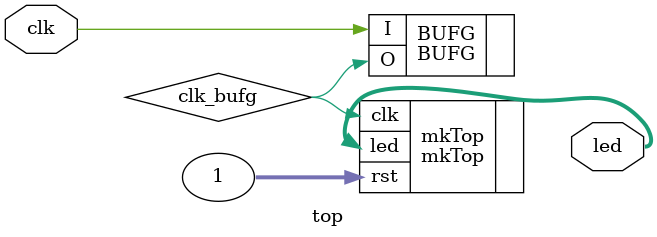
<source format=v>
module top (
    input wire clk,
    output wire [3:0] led
);

  wire clk_bufg;
  BUFG BUFG (
      .I(clk),
      .O(clk_bufg)
  );

  // The PS7
  (* KEEP, DONT_TOUCH *)
  PS7 PS7 (
  );

  // Bluespec top module
  mkTop mkTop (
    .rst(1),
    .clk(clk_bufg),
    .led(led)
  );

endmodule

</source>
